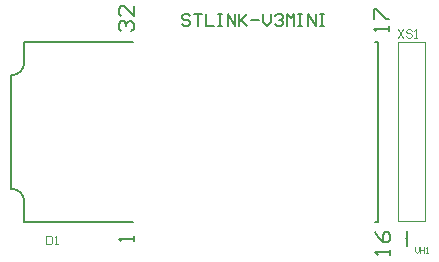
<source format=gbr>
%TF.GenerationSoftware,Altium Limited,Altium Designer,21.2.1 (34)*%
G04 Layer_Color=65535*
%FSLAX26Y26*%
%MOIN*%
%TF.SameCoordinates,A0A043E5-24E2-464B-A4FE-AC519CE3A301*%
%TF.FilePolarity,Positive*%
%TF.FileFunction,Legend,Top*%
%TF.Part,Single*%
G01*
G75*
%TA.AperFunction,NonConductor*%
%ADD17C,0.003937*%
%ADD19C,0.005906*%
%ADD24C,0.006000*%
%ADD25C,0.005000*%
%ADD26C,0.003150*%
D17*
X1291518Y122047D02*
Y125984D01*
X1283048Y118001D02*
X1290922Y110127D01*
X1283048Y118001D02*
X1290922Y125875D01*
X1350394Y175197D02*
Y773622D01*
X1259842D02*
X1350394D01*
X1259842Y175197D02*
Y773622D01*
Y175197D02*
X1350394D01*
X88583Y125975D02*
Y98425D01*
X102358D01*
X106950Y103017D01*
Y121384D01*
X102358Y125975D01*
X88583D01*
X116133Y98425D02*
X125316D01*
X120725D01*
Y125975D01*
X116133Y121384D01*
X1259842Y814952D02*
X1278209Y787402D01*
Y814952D02*
X1259842Y787402D01*
X1305759Y810360D02*
X1301168Y814952D01*
X1291984D01*
X1287393Y810360D01*
Y805768D01*
X1291984Y801177D01*
X1301168D01*
X1305759Y796585D01*
Y791993D01*
X1301168Y787402D01*
X1291984D01*
X1287393Y791993D01*
X1314943Y787402D02*
X1324126D01*
X1319535D01*
Y814952D01*
X1314943Y810360D01*
D19*
X1291519Y92520D02*
Y143701D01*
X567577Y859569D02*
X561017Y866129D01*
X547898D01*
X541339Y859569D01*
Y853010D01*
X547898Y846450D01*
X561017D01*
X567577Y839891D01*
Y833331D01*
X561017Y826772D01*
X547898D01*
X541339Y833331D01*
X580696Y866129D02*
X606934D01*
X593815D01*
Y826772D01*
X620053Y866129D02*
Y826772D01*
X646292D01*
X659411Y866129D02*
X672530D01*
X665970D01*
Y826772D01*
X659411D01*
X672530D01*
X692209D02*
Y866129D01*
X718447Y826772D01*
Y866129D01*
X731566D02*
Y826772D01*
Y839891D01*
X757804Y866129D01*
X738126Y846450D01*
X757804Y826772D01*
X770923Y846450D02*
X797162D01*
X810281Y866129D02*
Y839891D01*
X823400Y826772D01*
X836519Y839891D01*
Y866129D01*
X849638Y859569D02*
X856198Y866129D01*
X869317D01*
X875876Y859569D01*
Y853010D01*
X869317Y846450D01*
X862757D01*
X869317D01*
X875876Y839891D01*
Y833331D01*
X869317Y826772D01*
X856198D01*
X849638Y833331D01*
X888996Y826772D02*
Y866129D01*
X902115Y853010D01*
X915234Y866129D01*
Y826772D01*
X928353Y866129D02*
X941472D01*
X934913D01*
Y826772D01*
X928353D01*
X941472D01*
X961151D02*
Y866129D01*
X987389Y826772D01*
Y866129D01*
X1000508D02*
X1013627D01*
X1007068D01*
Y826772D01*
X1000508D01*
X1013627D01*
D24*
X14528Y240441D02*
G03*
X-28472Y283441I-43000J0D01*
G01*
Y661441D02*
G03*
X14528Y704441I0J43000D01*
G01*
Y772441D02*
X376528D01*
X-28472Y283441D02*
Y661441D01*
X14528Y704441D02*
Y772441D01*
Y172441D02*
Y240441D01*
Y172441D02*
X376528D01*
X1182528D02*
X1194528D01*
Y772441D01*
X1182528D02*
X1194528D01*
D25*
X337749Y807441D02*
X329394Y815797D01*
Y832508D01*
X337749Y840864D01*
X346105D01*
X354461Y832508D01*
Y824152D01*
Y832508D01*
X362816Y840864D01*
X371172D01*
X379528Y832508D01*
Y815797D01*
X371172Y807441D01*
X379528Y890997D02*
Y857575D01*
X346105Y890997D01*
X337749D01*
X329394Y882642D01*
Y865930D01*
X337749Y857575D01*
X379528Y107441D02*
Y124152D01*
Y115797D01*
X329394D01*
X337749Y107441D01*
X1234528Y62441D02*
Y79152D01*
Y70797D01*
X1184394D01*
X1192749Y62441D01*
X1184394Y137642D02*
X1192749Y120930D01*
X1209461Y104219D01*
X1226172D01*
X1234528Y112575D01*
Y129286D01*
X1226172Y137642D01*
X1217816D01*
X1209461Y129286D01*
Y104219D01*
X1229528Y807441D02*
Y824152D01*
Y815797D01*
X1179394D01*
X1187749Y807441D01*
X1179394Y849219D02*
Y882642D01*
X1187749D01*
X1221172Y849219D01*
X1229528D01*
D26*
X1315624Y88579D02*
Y75460D01*
X1322184Y68901D01*
X1328744Y75460D01*
Y88579D01*
X1335303D02*
Y68901D01*
Y78740D01*
X1348422D01*
Y88579D01*
Y68901D01*
X1354982D02*
X1361541D01*
X1358261D01*
Y88579D01*
X1354982Y85300D01*
%TF.MD5,041e8436cd4b00104709fc6c2eefacad*%
M02*

</source>
